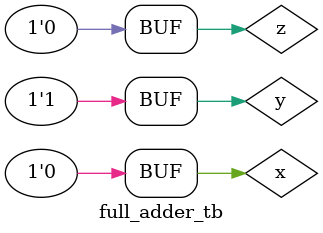
<source format=v>
module full_adder
(
    input x, 
    input y, 
    input z,
    output s, 
    output c
);
    assign s = (x ^ y) ^ z;
    assign c = ((x ^ y) & z) | (x & y);
endmodule

`timescale 1ns/1ps
module full_adder_tb;
reg x;
reg y;
reg z;
wire s;
wire c;
full_adder uut(
    .x(x),
    .y(y),
    .z(z),
    .s(s),
    .c(c)
);

initial begin
    x=0;
    y=0;
    z=0;

    #20
    x=1;

    #20
    y=1;

    #20
    z=1;

    #20
    x=0;

    #20
    y=0;

    #20
    x=1;

    #20
    x=0;
    y=1;
    z=0;
    end

    initial begin
        $monitor("x=%d, y=%d, z=%d,  c=%d, s=%d", x, y, z, c, s);
    end
endmodule

</source>
